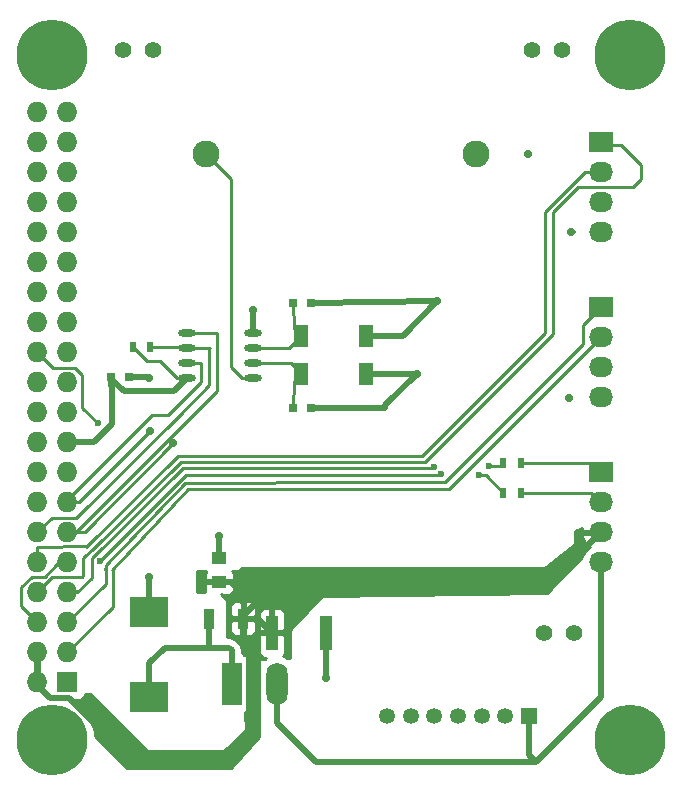
<source format=gbr>
G04 #@! TF.FileFunction,Copper,L1,Top,Signal*
%FSLAX46Y46*%
G04 Gerber Fmt 4.6, Leading zero omitted, Abs format (unit mm)*
G04 Created by KiCad (PCBNEW 4.0.7-e2-6376~58~ubuntu17.04.1) date Sat Sep 30 09:18:45 2017*
%MOMM*%
%LPD*%
G01*
G04 APERTURE LIST*
%ADD10C,0.100000*%
%ADD11R,3.200000X2.600000*%
%ADD12C,6.000000*%
%ADD13R,1.250000X1.000000*%
%ADD14R,1.800000X3.600000*%
%ADD15O,1.800000X3.600000*%
%ADD16R,1.350000X1.350000*%
%ADD17C,1.350000*%
%ADD18R,2.032000X1.727200*%
%ADD19O,2.032000X1.727200*%
%ADD20C,1.400000*%
%ADD21R,1.727200X1.727200*%
%ADD22O,1.727200X1.727200*%
%ADD23R,0.900000X1.700000*%
%ADD24O,1.473200X0.609600*%
%ADD25R,0.800000X0.750000*%
%ADD26R,0.500000X0.900000*%
%ADD27R,1.000000X3.000000*%
%ADD28R,1.300000X1.900000*%
%ADD29C,2.290000*%
%ADD30C,0.700000*%
%ADD31C,0.600000*%
%ADD32C,0.250000*%
%ADD33C,0.500000*%
%ADD34C,0.254000*%
G04 APERTURE END LIST*
D10*
D11*
X76750000Y-105650000D03*
X76750000Y-112850000D03*
D12*
X68500000Y-58500000D03*
X117500000Y-58500000D03*
X68500000Y-116500000D03*
X117500000Y-116500000D03*
D13*
X82700000Y-103150000D03*
X82700000Y-101150000D03*
D14*
X83750000Y-111750000D03*
D15*
X87560000Y-111750000D03*
D16*
X108900000Y-114500000D03*
D17*
X106900000Y-114500000D03*
X104900000Y-114500000D03*
X102900000Y-114500000D03*
X100900000Y-114500000D03*
X98900000Y-114500000D03*
X96900000Y-114500000D03*
D18*
X115000000Y-65922000D03*
D19*
X115000000Y-68462000D03*
X115000000Y-71002000D03*
X115000000Y-73542000D03*
D18*
X115000000Y-79892000D03*
D19*
X115000000Y-82432000D03*
X115000000Y-84972000D03*
X115000000Y-87512000D03*
D18*
X115000000Y-93862000D03*
D19*
X115000000Y-96402000D03*
X115000000Y-98942000D03*
X115000000Y-101482000D03*
D20*
X74500000Y-58100000D03*
X77040000Y-58100000D03*
X110200000Y-107500000D03*
X112740000Y-107500000D03*
X109200000Y-58100000D03*
X111740000Y-58100000D03*
D21*
X69826000Y-111650000D03*
D22*
X67286000Y-111650000D03*
X69826000Y-109110000D03*
X67286000Y-109110000D03*
X69826000Y-106570000D03*
X67286000Y-106570000D03*
X69826000Y-104030000D03*
X67286000Y-104030000D03*
X69826000Y-101490000D03*
X67286000Y-101490000D03*
X69826000Y-98950000D03*
X67286000Y-98950000D03*
X69826000Y-96410000D03*
X67286000Y-96410000D03*
X69826000Y-93870000D03*
X67286000Y-93870000D03*
X69826000Y-91330000D03*
X67286000Y-91330000D03*
X69826000Y-88790000D03*
X67286000Y-88790000D03*
X69826000Y-86250000D03*
X67286000Y-86250000D03*
X69826000Y-83710000D03*
X67286000Y-83710000D03*
X69826000Y-81170000D03*
X67286000Y-81170000D03*
X69826000Y-78630000D03*
X67286000Y-78630000D03*
X69826000Y-76090000D03*
X67286000Y-76090000D03*
X69826000Y-73550000D03*
X67286000Y-73550000D03*
X69826000Y-71010000D03*
X67286000Y-71010000D03*
X69826000Y-68470000D03*
X67286000Y-68470000D03*
X69826000Y-65930000D03*
X67286000Y-65930000D03*
X69826000Y-63390000D03*
X67286000Y-63390000D03*
D23*
X81800000Y-106250000D03*
X84700000Y-106250000D03*
D24*
X85544000Y-85905000D03*
X85544000Y-84635000D03*
X85544000Y-83365000D03*
X85544000Y-82095000D03*
X79956000Y-82095000D03*
X79956000Y-83365000D03*
X79956000Y-84635000D03*
X79956000Y-85905000D03*
D25*
X88950000Y-88400000D03*
X90450000Y-88400000D03*
X88950000Y-79500000D03*
X90450000Y-79500000D03*
X73550000Y-85800000D03*
X75050000Y-85800000D03*
D26*
X108250000Y-93100000D03*
X106750000Y-93100000D03*
X108250000Y-95600000D03*
X106750000Y-95600000D03*
X75350000Y-83250000D03*
X76850000Y-83250000D03*
D27*
X87150000Y-107450000D03*
X91750000Y-107450000D03*
D28*
X89650000Y-85500000D03*
X95150000Y-85500000D03*
X95150000Y-82300000D03*
X89650000Y-82300000D03*
D29*
X104460000Y-66900000D03*
X81600000Y-66900000D03*
D30*
X76800000Y-90400000D03*
X78800000Y-91400000D03*
D31*
X72400000Y-89700000D03*
X105500000Y-93300000D03*
X100900000Y-93400000D03*
X104700000Y-94100000D03*
X101500000Y-94000000D03*
X72600000Y-101350000D03*
D30*
X108800000Y-66900000D03*
X76700000Y-85900000D03*
X99400000Y-85500000D03*
X101100000Y-79400000D03*
X82650000Y-99250000D03*
X85550000Y-80100000D03*
X112300000Y-87550000D03*
X91750000Y-111300000D03*
X76750000Y-102750000D03*
X112500000Y-73550000D03*
D32*
X83700000Y-78400000D02*
X83700000Y-69000000D01*
X83700000Y-69000000D02*
X81600000Y-66900000D01*
X85544000Y-85905000D02*
X84655000Y-85905000D01*
X83700000Y-84950000D02*
X83700000Y-78400000D01*
X83700000Y-78400000D02*
X83700000Y-78350000D01*
X84655000Y-85905000D02*
X83700000Y-84950000D01*
X85544000Y-84635000D02*
X88785000Y-84635000D01*
X88785000Y-84635000D02*
X89650000Y-85500000D01*
X88950000Y-88400000D02*
X89000000Y-86150000D01*
X89000000Y-86150000D02*
X89650000Y-85500000D01*
X85544000Y-83365000D02*
X88585000Y-83365000D01*
X88585000Y-83365000D02*
X89650000Y-82300000D01*
X88950000Y-79500000D02*
X89000000Y-81650000D01*
X89000000Y-81650000D02*
X89650000Y-82300000D01*
D33*
X73550000Y-85800000D02*
X73550000Y-85950000D01*
X73550000Y-85950000D02*
X74600000Y-87000000D01*
X78861000Y-87000000D02*
X79956000Y-85905000D01*
X75900000Y-87000000D02*
X78861000Y-87000000D01*
X74600000Y-87000000D02*
X75900000Y-87000000D01*
X69826000Y-91330000D02*
X72070000Y-91330000D01*
X73620000Y-87380000D02*
X73550000Y-85800000D01*
X73620000Y-89780000D02*
X73620000Y-87380000D01*
X72070000Y-91330000D02*
X73620000Y-89780000D01*
D32*
X79956000Y-85905000D02*
X79105000Y-85905000D01*
X79105000Y-85905000D02*
X77650000Y-84450000D01*
X77650000Y-84450000D02*
X76550000Y-84450000D01*
X76550000Y-84450000D02*
X75350000Y-83250000D01*
X79801000Y-86000000D02*
X79956000Y-85905000D01*
D33*
X79751000Y-85950000D02*
X79706000Y-85905000D01*
X81800000Y-108700000D02*
X78100000Y-108700000D01*
X76750000Y-110050000D02*
X76750000Y-112850000D01*
X78100000Y-108700000D02*
X76750000Y-110050000D01*
X83750000Y-111750000D02*
X83750000Y-108950000D01*
X81800000Y-108700000D02*
X81800000Y-106250000D01*
X83500000Y-108700000D02*
X81800000Y-108700000D01*
X83750000Y-108950000D02*
X83500000Y-108700000D01*
D32*
X70790000Y-96410000D02*
X69826000Y-96410000D01*
X76800000Y-90400000D02*
X70790000Y-96410000D01*
X79956000Y-84635000D02*
X81165000Y-84635000D01*
X73350000Y-92650000D02*
X69826000Y-96174000D01*
X77000000Y-89000000D02*
X73350000Y-92650000D01*
X78350000Y-89000000D02*
X77000000Y-89000000D01*
X81150000Y-86200000D02*
X78350000Y-89000000D01*
X81150000Y-84650000D02*
X81150000Y-86200000D01*
X81165000Y-84635000D02*
X81150000Y-84650000D01*
X69826000Y-96410000D02*
X69826000Y-96174000D01*
X70216172Y-96800172D02*
X69826000Y-96410000D01*
X78800000Y-91400000D02*
X71300000Y-98900000D01*
X71300000Y-98900000D02*
X71300000Y-98950000D01*
X71350000Y-98950000D02*
X71300000Y-98950000D01*
X71300000Y-98950000D02*
X69826000Y-98950000D01*
X82500000Y-84750000D02*
X82500000Y-86976000D01*
X82500000Y-82100000D02*
X82500000Y-84750000D01*
X82495000Y-82095000D02*
X82500000Y-82100000D01*
X79956000Y-82095000D02*
X82495000Y-82095000D01*
X82500000Y-86976000D02*
X79763000Y-89713000D01*
X79763000Y-89713000D02*
X79776000Y-89700000D01*
X79776000Y-89700000D02*
X79763000Y-89713000D01*
X79763000Y-89713000D02*
X70326000Y-99150000D01*
X68576000Y-85000000D02*
X67286000Y-83710000D01*
X70500000Y-85000000D02*
X68576000Y-85000000D01*
X71100000Y-85600000D02*
X70500000Y-85000000D01*
X71100000Y-88400000D02*
X71100000Y-85600000D01*
X72400000Y-89700000D02*
X71100000Y-88400000D01*
X93800247Y-93015877D02*
X100084123Y-93015877D01*
X113100000Y-69700000D02*
X117750000Y-69700000D01*
X110950000Y-71850000D02*
X113100000Y-69700000D01*
X110950000Y-75950000D02*
X110950000Y-71850000D01*
X110950000Y-82150000D02*
X110950000Y-75950000D01*
X100084123Y-93015877D02*
X110950000Y-82150000D01*
X67286000Y-103964000D02*
X68500000Y-102750000D01*
X68500000Y-102750000D02*
X71050000Y-102750000D01*
X71050000Y-102750000D02*
X71150000Y-102650000D01*
X71150000Y-102650000D02*
X71150000Y-101100000D01*
X71936546Y-100463454D02*
X71400000Y-100850000D01*
X79424865Y-92975135D02*
X71936546Y-100463454D01*
X93930350Y-93016260D02*
X93800247Y-93015877D01*
X93800247Y-93015877D02*
X79942654Y-92975135D01*
X79942654Y-92975135D02*
X79424865Y-92975135D01*
X71150000Y-101100000D02*
X71400000Y-100850000D01*
X67286000Y-104030000D02*
X67286000Y-103964000D01*
X118400000Y-67850000D02*
X116722000Y-66172000D01*
X117750000Y-69700000D02*
X118400000Y-69050000D01*
X118400000Y-69050000D02*
X118400000Y-67850000D01*
X117718000Y-69732000D02*
X117750000Y-69700000D01*
X116782000Y-66172000D02*
X116722000Y-66172000D01*
X116722000Y-66172000D02*
X115512000Y-66172000D01*
X93829000Y-92465000D02*
X99835000Y-92465000D01*
X67286000Y-101490000D02*
X67286000Y-100212000D01*
X71475696Y-100113452D02*
X71412023Y-100177089D01*
X67286000Y-100212000D02*
X71475696Y-100113452D01*
X71412023Y-100177089D02*
X79197334Y-92504071D01*
X79197334Y-92504071D02*
X93829000Y-92465000D01*
X113638000Y-68462000D02*
X110250000Y-71850000D01*
X110250000Y-71850000D02*
X110250000Y-75900000D01*
X113638000Y-68462000D02*
X115000000Y-68462000D01*
X110250000Y-82050000D02*
X110250000Y-75900000D01*
X99835000Y-92465000D02*
X110250000Y-82050000D01*
X73100000Y-101753725D02*
X73100000Y-103296000D01*
X73100000Y-103296000D02*
X69826000Y-106570000D01*
X100100000Y-94685263D02*
X101814737Y-94685263D01*
X113500000Y-81392000D02*
X115000000Y-79892000D01*
X113500000Y-83000000D02*
X113500000Y-81392000D01*
X101814737Y-94685263D02*
X113500000Y-83000000D01*
X94999234Y-94685263D02*
X100100000Y-94685263D01*
X100100000Y-94685263D02*
X100206737Y-94685263D01*
X114932985Y-79824985D02*
X115000000Y-79892000D01*
X73129015Y-101753725D02*
X73100000Y-101753725D01*
X73100000Y-101753725D02*
X73096275Y-101753725D01*
X95023127Y-94685104D02*
X94999234Y-94685263D01*
X94999234Y-94685263D02*
X79805350Y-94786688D01*
X79805350Y-94786688D02*
X73129015Y-101753725D01*
X73096275Y-101753725D02*
X73050000Y-102150000D01*
X69826000Y-106308000D02*
X69826000Y-106570000D01*
X73678991Y-102080444D02*
X73678991Y-105257009D01*
X73678991Y-105257009D02*
X69826000Y-109110000D01*
X95099985Y-95306894D02*
X102125106Y-95306894D01*
X102125106Y-95306894D02*
X115000000Y-82432000D01*
X114999966Y-82432034D02*
X115000000Y-82432000D01*
X95170131Y-95307042D02*
X95099985Y-95306894D01*
X95099985Y-95306894D02*
X80013956Y-95274967D01*
X80013956Y-95274967D02*
X73678991Y-102080444D01*
X73678991Y-102080444D02*
X73647825Y-102113925D01*
X108250000Y-93100000D02*
X114238000Y-93100000D01*
X114238000Y-93100000D02*
X115000000Y-93862000D01*
X115150000Y-93900000D02*
X115212000Y-93962000D01*
X114788000Y-93650000D02*
X115000000Y-93862000D01*
X108250000Y-95600000D02*
X114198000Y-95600000D01*
X114198000Y-95600000D02*
X115000000Y-96402000D01*
X114902000Y-96500000D02*
X115000000Y-96402000D01*
D33*
X84700000Y-106250000D02*
X84700000Y-108500000D01*
X85200000Y-116300000D02*
X85200000Y-109000000D01*
X83400000Y-118100000D02*
X85200000Y-116300000D01*
X75100000Y-118100000D02*
X83400000Y-118100000D01*
X70000000Y-113000000D02*
X75100000Y-118100000D01*
X68400000Y-113000000D02*
X70000000Y-113000000D01*
X68400000Y-113000000D02*
X67286000Y-111886000D01*
X84700000Y-108500000D02*
X85200000Y-109000000D01*
X67286000Y-109110000D02*
X67286000Y-111650000D01*
X84700000Y-106250000D02*
X84700000Y-106050000D01*
X84700000Y-106050000D02*
X88150000Y-102600000D01*
X111342000Y-102600000D02*
X115000000Y-98942000D01*
X88150000Y-102600000D02*
X111342000Y-102600000D01*
D32*
X84700000Y-106250000D02*
X84700000Y-104350000D01*
X83500000Y-103150000D02*
X82700000Y-103150000D01*
X84700000Y-104350000D02*
X83500000Y-103150000D01*
D33*
X84700000Y-106250000D02*
X85950000Y-106250000D01*
X85950000Y-106250000D02*
X87150000Y-107450000D01*
D32*
X106550000Y-93300000D02*
X105500000Y-93300000D01*
X106550000Y-93300000D02*
X106750000Y-93100000D01*
X71900000Y-101150002D02*
X71900000Y-102800000D01*
X94000000Y-93500000D02*
X80147609Y-93500000D01*
X79650002Y-93500000D02*
X71900000Y-101150002D01*
X80147609Y-93500000D02*
X79650002Y-93500000D01*
X71900000Y-102800000D02*
X70670000Y-104030000D01*
X70670000Y-104030000D02*
X69826000Y-104030000D01*
X94000000Y-93500000D02*
X100800000Y-93500000D01*
X100800000Y-93500000D02*
X100900000Y-93400000D01*
X94000000Y-93500000D02*
X94200000Y-93500000D01*
X104700000Y-94100000D02*
X105250000Y-94100000D01*
X101450000Y-94050000D02*
X101500000Y-94000000D01*
X79900000Y-94050000D02*
X94550000Y-94050000D01*
X72600000Y-101350000D02*
X79200000Y-94750000D01*
X79200000Y-94750000D02*
X79900000Y-94050000D01*
X94550000Y-94050000D02*
X101450000Y-94050000D01*
X105250000Y-94100000D02*
X106750000Y-95600000D01*
X76850000Y-83250000D02*
X79841000Y-83250000D01*
X79841000Y-83250000D02*
X79956000Y-83365000D01*
X81850000Y-85000000D02*
X81850000Y-86500000D01*
X81850000Y-83315000D02*
X81850000Y-85000000D01*
X70600000Y-97750000D02*
X68486000Y-97750000D01*
X79250000Y-89100000D02*
X70600000Y-97750000D01*
X68486000Y-97750000D02*
X67286000Y-98950000D01*
X81850000Y-86500000D02*
X79250000Y-89100000D01*
X79956000Y-83365000D02*
X81850000Y-83315000D01*
X81850000Y-83315000D02*
X81884998Y-83315000D01*
X81884998Y-83315000D02*
X81800000Y-83399998D01*
X79956000Y-83365000D02*
X79841000Y-83250000D01*
X69826000Y-83726000D02*
X69826000Y-83710000D01*
X69750000Y-86250000D02*
X69826000Y-86250000D01*
D33*
X109500000Y-118400000D02*
X108900000Y-117800000D01*
X108900000Y-117800000D02*
X108900000Y-114500000D01*
X87560000Y-111750000D02*
X87560000Y-115060000D01*
X115000000Y-112900000D02*
X115000000Y-101482000D01*
X109500000Y-118400000D02*
X115000000Y-112900000D01*
X90900000Y-118400000D02*
X109500000Y-118400000D01*
X87560000Y-115060000D02*
X90900000Y-118400000D01*
D32*
X69826000Y-101490000D02*
X69110000Y-101490000D01*
X69110000Y-101490000D02*
X68900000Y-101700000D01*
X69110000Y-101490000D02*
X68900000Y-101700000D01*
X68900000Y-101700000D02*
X67900000Y-102700000D01*
X65900000Y-105184000D02*
X67286000Y-106570000D01*
X65900000Y-103600000D02*
X65900000Y-105184000D01*
X66800000Y-102700000D02*
X65900000Y-103600000D01*
X67900000Y-102700000D02*
X66800000Y-102700000D01*
D33*
X108800000Y-66900000D02*
X108900000Y-66900000D01*
X75050000Y-85800000D02*
X76600000Y-85800000D01*
X76600000Y-85800000D02*
X76700000Y-85900000D01*
X96750000Y-88400000D02*
X96750000Y-88150000D01*
X90450000Y-88400000D02*
X96750000Y-88400000D01*
X99400000Y-85500000D02*
X95150000Y-85500000D01*
X96750000Y-88150000D02*
X99400000Y-85500000D01*
X95150000Y-82300000D02*
X98250000Y-82300000D01*
X101100000Y-79400000D02*
X90450000Y-79500000D01*
X98250000Y-82300000D02*
X101100000Y-79400000D01*
X82700000Y-101150000D02*
X82700000Y-99300000D01*
X82700000Y-99300000D02*
X82650000Y-99250000D01*
X85544000Y-82095000D02*
X85550000Y-82089000D01*
X85550000Y-82089000D02*
X85550000Y-80100000D01*
X91750000Y-107450000D02*
X91750000Y-111300000D01*
X76750000Y-105650000D02*
X76750000Y-102750000D01*
X112500000Y-73550000D02*
X112600000Y-73550000D01*
D34*
G36*
X113395291Y-98567209D02*
X113392642Y-98582974D01*
X113513783Y-98815000D01*
X114873000Y-98815000D01*
X114873000Y-98795000D01*
X115127000Y-98795000D01*
X115127000Y-98815000D01*
X115147000Y-98815000D01*
X115147000Y-99069000D01*
X115127000Y-99069000D01*
X115127000Y-99089000D01*
X114873000Y-99089000D01*
X114873000Y-99069000D01*
X113513783Y-99069000D01*
X113392642Y-99301026D01*
X113395291Y-99316791D01*
X113649268Y-99844036D01*
X114065069Y-100215539D01*
X113755585Y-100422330D01*
X113430729Y-100908511D01*
X113406418Y-101030732D01*
X110445556Y-104073840D01*
X91398005Y-104373016D01*
X91348759Y-104383796D01*
X91306935Y-104413583D01*
X88706935Y-107213583D01*
X88680646Y-107256599D01*
X88673000Y-107300000D01*
X88673000Y-109577791D01*
X88450069Y-109586365D01*
X88147419Y-109384141D01*
X88119448Y-109378577D01*
X88188327Y-109309699D01*
X88285000Y-109076310D01*
X88285000Y-107735750D01*
X88126250Y-107577000D01*
X87277000Y-107577000D01*
X87277000Y-107597000D01*
X87023000Y-107597000D01*
X87023000Y-107577000D01*
X86173750Y-107577000D01*
X86015000Y-107735750D01*
X86015000Y-109076310D01*
X86111673Y-109309699D01*
X86290302Y-109488327D01*
X86523691Y-109585000D01*
X86671974Y-109585000D01*
X86561204Y-109659014D01*
X86195119Y-109673094D01*
X86146130Y-109684991D01*
X86105629Y-109715011D01*
X86079999Y-109758422D01*
X86073000Y-109800000D01*
X86073000Y-110560984D01*
X86025000Y-110802296D01*
X86025000Y-112697704D01*
X86073000Y-112939016D01*
X86073000Y-116250232D01*
X83644511Y-118873000D01*
X74852606Y-118873000D01*
X72135302Y-116155696D01*
X72135630Y-115780126D01*
X71583400Y-114443628D01*
X70561751Y-113420194D01*
X69937639Y-113161040D01*
X70689600Y-113161040D01*
X70924917Y-113116762D01*
X71141041Y-112977690D01*
X71286031Y-112765490D01*
X71314076Y-112627000D01*
X71747394Y-112627000D01*
X76510197Y-117389803D01*
X76552211Y-117417666D01*
X76600000Y-117427000D01*
X83100000Y-117427000D01*
X83149410Y-117416994D01*
X83187041Y-117392481D01*
X84887041Y-115792481D01*
X84916164Y-115751331D01*
X84926984Y-115697984D01*
X84902290Y-114142240D01*
X85101441Y-114014090D01*
X85246431Y-113801890D01*
X85297440Y-113550000D01*
X85297440Y-109950000D01*
X85253162Y-109714683D01*
X85114090Y-109498559D01*
X84901890Y-109353569D01*
X84808926Y-109334743D01*
X84808902Y-109334659D01*
X84635000Y-109044822D01*
X84635000Y-108950000D01*
X84567633Y-108611325D01*
X84375790Y-108324210D01*
X84375787Y-108324208D01*
X84125790Y-108074210D01*
X83946669Y-107954526D01*
X83838675Y-107882367D01*
X83782484Y-107871190D01*
X83500000Y-107814999D01*
X83499995Y-107815000D01*
X83327000Y-107815000D01*
X83327000Y-106535750D01*
X83615000Y-106535750D01*
X83615000Y-107226310D01*
X83711673Y-107459699D01*
X83890302Y-107638327D01*
X84123691Y-107735000D01*
X84414250Y-107735000D01*
X84573000Y-107576250D01*
X84573000Y-106377000D01*
X84827000Y-106377000D01*
X84827000Y-107576250D01*
X84985750Y-107735000D01*
X85276309Y-107735000D01*
X85509698Y-107638327D01*
X85688327Y-107459699D01*
X85785000Y-107226310D01*
X85785000Y-106535750D01*
X85626250Y-106377000D01*
X84827000Y-106377000D01*
X84573000Y-106377000D01*
X83773750Y-106377000D01*
X83615000Y-106535750D01*
X83327000Y-106535750D01*
X83327000Y-105273690D01*
X83615000Y-105273690D01*
X83615000Y-105964250D01*
X83773750Y-106123000D01*
X84573000Y-106123000D01*
X84573000Y-104923750D01*
X84827000Y-104923750D01*
X84827000Y-106123000D01*
X85626250Y-106123000D01*
X85785000Y-105964250D01*
X85785000Y-105823690D01*
X86015000Y-105823690D01*
X86015000Y-107164250D01*
X86173750Y-107323000D01*
X87023000Y-107323000D01*
X87023000Y-105473750D01*
X87277000Y-105473750D01*
X87277000Y-107323000D01*
X88126250Y-107323000D01*
X88285000Y-107164250D01*
X88285000Y-105823690D01*
X88188327Y-105590301D01*
X88009698Y-105411673D01*
X87776309Y-105315000D01*
X87435750Y-105315000D01*
X87277000Y-105473750D01*
X87023000Y-105473750D01*
X86864250Y-105315000D01*
X86523691Y-105315000D01*
X86290302Y-105411673D01*
X86111673Y-105590301D01*
X86015000Y-105823690D01*
X85785000Y-105823690D01*
X85785000Y-105273690D01*
X85688327Y-105040301D01*
X85509698Y-104861673D01*
X85276309Y-104765000D01*
X84985750Y-104765000D01*
X84827000Y-104923750D01*
X84573000Y-104923750D01*
X84414250Y-104765000D01*
X84123691Y-104765000D01*
X83890302Y-104861673D01*
X83711673Y-105040301D01*
X83615000Y-105273690D01*
X83327000Y-105273690D01*
X83327000Y-104700000D01*
X83316994Y-104650590D01*
X83289803Y-104610197D01*
X82827002Y-104147396D01*
X82827002Y-104126252D01*
X82985750Y-104285000D01*
X83451310Y-104285000D01*
X83684699Y-104188327D01*
X83863327Y-104009698D01*
X83960000Y-103776309D01*
X83960000Y-103435750D01*
X83801250Y-103277000D01*
X82827000Y-103277000D01*
X82827000Y-103297000D01*
X82573000Y-103297000D01*
X82573000Y-103277000D01*
X81598750Y-103277000D01*
X81440000Y-103435750D01*
X81440000Y-103776309D01*
X81521472Y-103973000D01*
X80827000Y-103973000D01*
X80827000Y-102227000D01*
X81599975Y-102227000D01*
X81536673Y-102290302D01*
X81440000Y-102523691D01*
X81440000Y-102864250D01*
X81598750Y-103023000D01*
X82573000Y-103023000D01*
X82573000Y-103003000D01*
X82827000Y-103003000D01*
X82827000Y-103023000D01*
X83801250Y-103023000D01*
X83960000Y-102864250D01*
X83960000Y-102523691D01*
X83863327Y-102290302D01*
X83800025Y-102227000D01*
X84200000Y-102227000D01*
X84249410Y-102216994D01*
X84276200Y-102201600D01*
X84642333Y-101927000D01*
X110300000Y-101927000D01*
X110349410Y-101916994D01*
X110381303Y-101897564D01*
X112781303Y-99897564D01*
X112812856Y-99858246D01*
X112827000Y-99800000D01*
X112827000Y-98875091D01*
X113398357Y-98560845D01*
X113395291Y-98567209D01*
X113395291Y-98567209D01*
G37*
X113395291Y-98567209D02*
X113392642Y-98582974D01*
X113513783Y-98815000D01*
X114873000Y-98815000D01*
X114873000Y-98795000D01*
X115127000Y-98795000D01*
X115127000Y-98815000D01*
X115147000Y-98815000D01*
X115147000Y-99069000D01*
X115127000Y-99069000D01*
X115127000Y-99089000D01*
X114873000Y-99089000D01*
X114873000Y-99069000D01*
X113513783Y-99069000D01*
X113392642Y-99301026D01*
X113395291Y-99316791D01*
X113649268Y-99844036D01*
X114065069Y-100215539D01*
X113755585Y-100422330D01*
X113430729Y-100908511D01*
X113406418Y-101030732D01*
X110445556Y-104073840D01*
X91398005Y-104373016D01*
X91348759Y-104383796D01*
X91306935Y-104413583D01*
X88706935Y-107213583D01*
X88680646Y-107256599D01*
X88673000Y-107300000D01*
X88673000Y-109577791D01*
X88450069Y-109586365D01*
X88147419Y-109384141D01*
X88119448Y-109378577D01*
X88188327Y-109309699D01*
X88285000Y-109076310D01*
X88285000Y-107735750D01*
X88126250Y-107577000D01*
X87277000Y-107577000D01*
X87277000Y-107597000D01*
X87023000Y-107597000D01*
X87023000Y-107577000D01*
X86173750Y-107577000D01*
X86015000Y-107735750D01*
X86015000Y-109076310D01*
X86111673Y-109309699D01*
X86290302Y-109488327D01*
X86523691Y-109585000D01*
X86671974Y-109585000D01*
X86561204Y-109659014D01*
X86195119Y-109673094D01*
X86146130Y-109684991D01*
X86105629Y-109715011D01*
X86079999Y-109758422D01*
X86073000Y-109800000D01*
X86073000Y-110560984D01*
X86025000Y-110802296D01*
X86025000Y-112697704D01*
X86073000Y-112939016D01*
X86073000Y-116250232D01*
X83644511Y-118873000D01*
X74852606Y-118873000D01*
X72135302Y-116155696D01*
X72135630Y-115780126D01*
X71583400Y-114443628D01*
X70561751Y-113420194D01*
X69937639Y-113161040D01*
X70689600Y-113161040D01*
X70924917Y-113116762D01*
X71141041Y-112977690D01*
X71286031Y-112765490D01*
X71314076Y-112627000D01*
X71747394Y-112627000D01*
X76510197Y-117389803D01*
X76552211Y-117417666D01*
X76600000Y-117427000D01*
X83100000Y-117427000D01*
X83149410Y-117416994D01*
X83187041Y-117392481D01*
X84887041Y-115792481D01*
X84916164Y-115751331D01*
X84926984Y-115697984D01*
X84902290Y-114142240D01*
X85101441Y-114014090D01*
X85246431Y-113801890D01*
X85297440Y-113550000D01*
X85297440Y-109950000D01*
X85253162Y-109714683D01*
X85114090Y-109498559D01*
X84901890Y-109353569D01*
X84808926Y-109334743D01*
X84808902Y-109334659D01*
X84635000Y-109044822D01*
X84635000Y-108950000D01*
X84567633Y-108611325D01*
X84375790Y-108324210D01*
X84375787Y-108324208D01*
X84125790Y-108074210D01*
X83946669Y-107954526D01*
X83838675Y-107882367D01*
X83782484Y-107871190D01*
X83500000Y-107814999D01*
X83499995Y-107815000D01*
X83327000Y-107815000D01*
X83327000Y-106535750D01*
X83615000Y-106535750D01*
X83615000Y-107226310D01*
X83711673Y-107459699D01*
X83890302Y-107638327D01*
X84123691Y-107735000D01*
X84414250Y-107735000D01*
X84573000Y-107576250D01*
X84573000Y-106377000D01*
X84827000Y-106377000D01*
X84827000Y-107576250D01*
X84985750Y-107735000D01*
X85276309Y-107735000D01*
X85509698Y-107638327D01*
X85688327Y-107459699D01*
X85785000Y-107226310D01*
X85785000Y-106535750D01*
X85626250Y-106377000D01*
X84827000Y-106377000D01*
X84573000Y-106377000D01*
X83773750Y-106377000D01*
X83615000Y-106535750D01*
X83327000Y-106535750D01*
X83327000Y-105273690D01*
X83615000Y-105273690D01*
X83615000Y-105964250D01*
X83773750Y-106123000D01*
X84573000Y-106123000D01*
X84573000Y-104923750D01*
X84827000Y-104923750D01*
X84827000Y-106123000D01*
X85626250Y-106123000D01*
X85785000Y-105964250D01*
X85785000Y-105823690D01*
X86015000Y-105823690D01*
X86015000Y-107164250D01*
X86173750Y-107323000D01*
X87023000Y-107323000D01*
X87023000Y-105473750D01*
X87277000Y-105473750D01*
X87277000Y-107323000D01*
X88126250Y-107323000D01*
X88285000Y-107164250D01*
X88285000Y-105823690D01*
X88188327Y-105590301D01*
X88009698Y-105411673D01*
X87776309Y-105315000D01*
X87435750Y-105315000D01*
X87277000Y-105473750D01*
X87023000Y-105473750D01*
X86864250Y-105315000D01*
X86523691Y-105315000D01*
X86290302Y-105411673D01*
X86111673Y-105590301D01*
X86015000Y-105823690D01*
X85785000Y-105823690D01*
X85785000Y-105273690D01*
X85688327Y-105040301D01*
X85509698Y-104861673D01*
X85276309Y-104765000D01*
X84985750Y-104765000D01*
X84827000Y-104923750D01*
X84573000Y-104923750D01*
X84414250Y-104765000D01*
X84123691Y-104765000D01*
X83890302Y-104861673D01*
X83711673Y-105040301D01*
X83615000Y-105273690D01*
X83327000Y-105273690D01*
X83327000Y-104700000D01*
X83316994Y-104650590D01*
X83289803Y-104610197D01*
X82827002Y-104147396D01*
X82827002Y-104126252D01*
X82985750Y-104285000D01*
X83451310Y-104285000D01*
X83684699Y-104188327D01*
X83863327Y-104009698D01*
X83960000Y-103776309D01*
X83960000Y-103435750D01*
X83801250Y-103277000D01*
X82827000Y-103277000D01*
X82827000Y-103297000D01*
X82573000Y-103297000D01*
X82573000Y-103277000D01*
X81598750Y-103277000D01*
X81440000Y-103435750D01*
X81440000Y-103776309D01*
X81521472Y-103973000D01*
X80827000Y-103973000D01*
X80827000Y-102227000D01*
X81599975Y-102227000D01*
X81536673Y-102290302D01*
X81440000Y-102523691D01*
X81440000Y-102864250D01*
X81598750Y-103023000D01*
X82573000Y-103023000D01*
X82573000Y-103003000D01*
X82827000Y-103003000D01*
X82827000Y-103023000D01*
X83801250Y-103023000D01*
X83960000Y-102864250D01*
X83960000Y-102523691D01*
X83863327Y-102290302D01*
X83800025Y-102227000D01*
X84200000Y-102227000D01*
X84249410Y-102216994D01*
X84276200Y-102201600D01*
X84642333Y-101927000D01*
X110300000Y-101927000D01*
X110349410Y-101916994D01*
X110381303Y-101897564D01*
X112781303Y-99897564D01*
X112812856Y-99858246D01*
X112827000Y-99800000D01*
X112827000Y-98875091D01*
X113398357Y-98560845D01*
X113395291Y-98567209D01*
G36*
X67413000Y-108983000D02*
X67433000Y-108983000D01*
X67433000Y-109237000D01*
X67413000Y-109237000D01*
X67413000Y-111523000D01*
X67433000Y-111523000D01*
X67433000Y-111777000D01*
X67413000Y-111777000D01*
X67413000Y-111797000D01*
X67159000Y-111797000D01*
X67159000Y-111777000D01*
X67139000Y-111777000D01*
X67139000Y-111523000D01*
X67159000Y-111523000D01*
X67159000Y-109237000D01*
X67139000Y-109237000D01*
X67139000Y-108983000D01*
X67159000Y-108983000D01*
X67159000Y-108963000D01*
X67413000Y-108963000D01*
X67413000Y-108983000D01*
X67413000Y-108983000D01*
G37*
X67413000Y-108983000D02*
X67433000Y-108983000D01*
X67433000Y-109237000D01*
X67413000Y-109237000D01*
X67413000Y-111523000D01*
X67433000Y-111523000D01*
X67433000Y-111777000D01*
X67413000Y-111777000D01*
X67413000Y-111797000D01*
X67159000Y-111797000D01*
X67159000Y-111777000D01*
X67139000Y-111777000D01*
X67139000Y-111523000D01*
X67159000Y-111523000D01*
X67159000Y-109237000D01*
X67139000Y-109237000D01*
X67139000Y-108983000D01*
X67159000Y-108983000D01*
X67159000Y-108963000D01*
X67413000Y-108963000D01*
X67413000Y-108983000D01*
M02*

</source>
